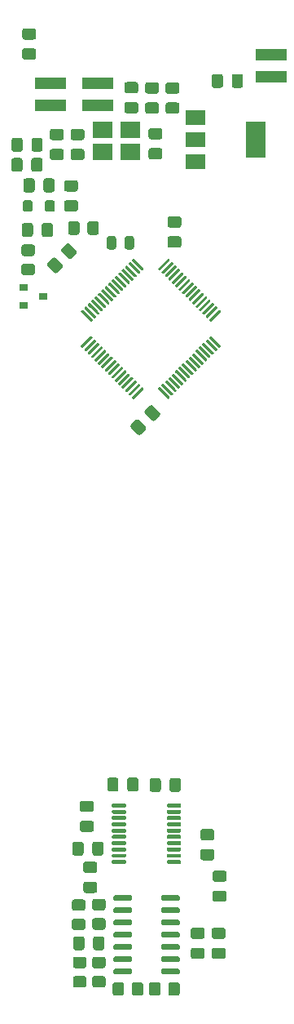
<source format=gbr>
%TF.GenerationSoftware,KiCad,Pcbnew,5.1.9+dfsg1-1*%
%TF.CreationDate,2021-03-03T14:05:15+01:00*%
%TF.ProjectId,rootcore,726f6f74-636f-4726-952e-6b696361645f,rev?*%
%TF.SameCoordinates,Original*%
%TF.FileFunction,Paste,Top*%
%TF.FilePolarity,Positive*%
%FSLAX46Y46*%
G04 Gerber Fmt 4.6, Leading zero omitted, Abs format (unit mm)*
G04 Created by KiCad (PCBNEW 5.1.9+dfsg1-1) date 2021-03-03 14:05:15*
%MOMM*%
%LPD*%
G01*
G04 APERTURE LIST*
%ADD10R,3.200000X1.300000*%
%ADD11R,2.100000X1.800000*%
%ADD12R,0.900000X0.800000*%
%ADD13R,2.000000X3.800000*%
%ADD14R,2.000000X1.500000*%
G04 APERTURE END LIST*
D10*
%TO.C,L4*%
X29800000Y-38050000D03*
X29800000Y-35750000D03*
%TD*%
%TO.C,L3*%
X47850000Y-35135000D03*
X47850000Y-32835000D03*
%TD*%
%TO.C,L2*%
X24900000Y-38065000D03*
X24900000Y-35765000D03*
%TD*%
D11*
%TO.C,Y1*%
X33175000Y-42875000D03*
X30275000Y-42875000D03*
X30275000Y-40575000D03*
X33175000Y-40575000D03*
%TD*%
%TO.C,C19*%
G36*
G01*
X42812500Y-35075000D02*
X42812500Y-36025000D01*
G75*
G02*
X42562500Y-36275000I-250000J0D01*
G01*
X41887500Y-36275000D01*
G75*
G02*
X41637500Y-36025000I0J250000D01*
G01*
X41637500Y-35075000D01*
G75*
G02*
X41887500Y-34825000I250000J0D01*
G01*
X42562500Y-34825000D01*
G75*
G02*
X42812500Y-35075000I0J-250000D01*
G01*
G37*
G36*
G01*
X44887500Y-35075000D02*
X44887500Y-36025000D01*
G75*
G02*
X44637500Y-36275000I-250000J0D01*
G01*
X43962500Y-36275000D01*
G75*
G02*
X43712500Y-36025000I0J250000D01*
G01*
X43712500Y-35075000D01*
G75*
G02*
X43962500Y-34825000I250000J0D01*
G01*
X44637500Y-34825000D01*
G75*
G02*
X44887500Y-35075000I0J-250000D01*
G01*
G37*
%TD*%
%TO.C,L1*%
G36*
G01*
X23025000Y-48174999D02*
X23025000Y-48875001D01*
G75*
G02*
X22775001Y-49125000I-249999J0D01*
G01*
X22224999Y-49125000D01*
G75*
G02*
X21975000Y-48875001I0J249999D01*
G01*
X21975000Y-48174999D01*
G75*
G02*
X22224999Y-47925000I249999J0D01*
G01*
X22775001Y-47925000D01*
G75*
G02*
X23025000Y-48174999I0J-249999D01*
G01*
G37*
G36*
G01*
X25325000Y-48174999D02*
X25325000Y-48875001D01*
G75*
G02*
X25075001Y-49125000I-249999J0D01*
G01*
X24524999Y-49125000D01*
G75*
G02*
X24275000Y-48875001I0J249999D01*
G01*
X24275000Y-48174999D01*
G75*
G02*
X24524999Y-47925000I249999J0D01*
G01*
X25075001Y-47925000D01*
G75*
G02*
X25325000Y-48174999I0J-249999D01*
G01*
G37*
%TD*%
%TO.C,C17*%
G36*
G01*
X24125000Y-46850000D02*
X24125000Y-45900000D01*
G75*
G02*
X24375000Y-45650000I250000J0D01*
G01*
X25050000Y-45650000D01*
G75*
G02*
X25300000Y-45900000I0J-250000D01*
G01*
X25300000Y-46850000D01*
G75*
G02*
X25050000Y-47100000I-250000J0D01*
G01*
X24375000Y-47100000D01*
G75*
G02*
X24125000Y-46850000I0J250000D01*
G01*
G37*
G36*
G01*
X22050000Y-46850000D02*
X22050000Y-45900000D01*
G75*
G02*
X22300000Y-45650000I250000J0D01*
G01*
X22975000Y-45650000D01*
G75*
G02*
X23225000Y-45900000I0J-250000D01*
G01*
X23225000Y-46850000D01*
G75*
G02*
X22975000Y-47100000I-250000J0D01*
G01*
X22300000Y-47100000D01*
G75*
G02*
X22050000Y-46850000I0J250000D01*
G01*
G37*
%TD*%
D12*
%TO.C,U4*%
X24100000Y-57900000D03*
X22100000Y-58850000D03*
X22100000Y-56950000D03*
%TD*%
%TO.C,C26*%
G36*
G01*
X42825000Y-124512500D02*
X41875000Y-124512500D01*
G75*
G02*
X41625000Y-124262500I0J250000D01*
G01*
X41625000Y-123587500D01*
G75*
G02*
X41875000Y-123337500I250000J0D01*
G01*
X42825000Y-123337500D01*
G75*
G02*
X43075000Y-123587500I0J-250000D01*
G01*
X43075000Y-124262500D01*
G75*
G02*
X42825000Y-124512500I-250000J0D01*
G01*
G37*
G36*
G01*
X42825000Y-126587500D02*
X41875000Y-126587500D01*
G75*
G02*
X41625000Y-126337500I0J250000D01*
G01*
X41625000Y-125662500D01*
G75*
G02*
X41875000Y-125412500I250000J0D01*
G01*
X42825000Y-125412500D01*
G75*
G02*
X43075000Y-125662500I0J-250000D01*
G01*
X43075000Y-126337500D01*
G75*
G02*
X42825000Y-126587500I-250000J0D01*
G01*
G37*
%TD*%
%TO.C,C25*%
G36*
G01*
X40650000Y-124512500D02*
X39700000Y-124512500D01*
G75*
G02*
X39450000Y-124262500I0J250000D01*
G01*
X39450000Y-123587500D01*
G75*
G02*
X39700000Y-123337500I250000J0D01*
G01*
X40650000Y-123337500D01*
G75*
G02*
X40900000Y-123587500I0J-250000D01*
G01*
X40900000Y-124262500D01*
G75*
G02*
X40650000Y-124512500I-250000J0D01*
G01*
G37*
G36*
G01*
X40650000Y-126587500D02*
X39700000Y-126587500D01*
G75*
G02*
X39450000Y-126337500I0J250000D01*
G01*
X39450000Y-125662500D01*
G75*
G02*
X39700000Y-125412500I250000J0D01*
G01*
X40650000Y-125412500D01*
G75*
G02*
X40900000Y-125662500I0J-250000D01*
G01*
X40900000Y-126337500D01*
G75*
G02*
X40650000Y-126587500I-250000J0D01*
G01*
G37*
%TD*%
%TO.C,C6*%
G36*
G01*
X26720450Y-53951301D02*
X26048699Y-53279550D01*
G75*
G02*
X26048699Y-52925996I176777J176777D01*
G01*
X26525996Y-52448699D01*
G75*
G02*
X26879550Y-52448699I176777J-176777D01*
G01*
X27551301Y-53120450D01*
G75*
G02*
X27551301Y-53474004I-176777J-176777D01*
G01*
X27074004Y-53951301D01*
G75*
G02*
X26720450Y-53951301I-176777J176777D01*
G01*
G37*
G36*
G01*
X25253204Y-55418547D02*
X24581453Y-54746796D01*
G75*
G02*
X24581453Y-54393242I176777J176777D01*
G01*
X25058750Y-53915945D01*
G75*
G02*
X25412304Y-53915945I176777J-176777D01*
G01*
X26084055Y-54587696D01*
G75*
G02*
X26084055Y-54941250I-176777J-176777D01*
G01*
X25606758Y-55418547D01*
G75*
G02*
X25253204Y-55418547I-176777J176777D01*
G01*
G37*
%TD*%
%TO.C,R10*%
G36*
G01*
X27900000Y-50349999D02*
X27900000Y-51250001D01*
G75*
G02*
X27650001Y-51500000I-249999J0D01*
G01*
X26949999Y-51500000D01*
G75*
G02*
X26700000Y-51250001I0J249999D01*
G01*
X26700000Y-50349999D01*
G75*
G02*
X26949999Y-50100000I249999J0D01*
G01*
X27650001Y-50100000D01*
G75*
G02*
X27900000Y-50349999I0J-249999D01*
G01*
G37*
G36*
G01*
X29900000Y-50349999D02*
X29900000Y-51250001D01*
G75*
G02*
X29650001Y-51500000I-249999J0D01*
G01*
X28949999Y-51500000D01*
G75*
G02*
X28700000Y-51250001I0J249999D01*
G01*
X28700000Y-50349999D01*
G75*
G02*
X28949999Y-50100000I249999J0D01*
G01*
X29650001Y-50100000D01*
G75*
G02*
X29900000Y-50349999I0J-249999D01*
G01*
G37*
%TD*%
%TO.C,D1*%
G36*
G01*
X32587500Y-52781250D02*
X32587500Y-51868750D01*
G75*
G02*
X32831250Y-51625000I243750J0D01*
G01*
X33318750Y-51625000D01*
G75*
G02*
X33562500Y-51868750I0J-243750D01*
G01*
X33562500Y-52781250D01*
G75*
G02*
X33318750Y-53025000I-243750J0D01*
G01*
X32831250Y-53025000D01*
G75*
G02*
X32587500Y-52781250I0J243750D01*
G01*
G37*
G36*
G01*
X30712500Y-52781250D02*
X30712500Y-51868750D01*
G75*
G02*
X30956250Y-51625000I243750J0D01*
G01*
X31443750Y-51625000D01*
G75*
G02*
X31687500Y-51868750I0J-243750D01*
G01*
X31687500Y-52781250D01*
G75*
G02*
X31443750Y-53025000I-243750J0D01*
G01*
X30956250Y-53025000D01*
G75*
G02*
X30712500Y-52781250I0J243750D01*
G01*
G37*
%TD*%
%TO.C,C24*%
G36*
G01*
X38025000Y-36875000D02*
X37075000Y-36875000D01*
G75*
G02*
X36825000Y-36625000I0J250000D01*
G01*
X36825000Y-35950000D01*
G75*
G02*
X37075000Y-35700000I250000J0D01*
G01*
X38025000Y-35700000D01*
G75*
G02*
X38275000Y-35950000I0J-250000D01*
G01*
X38275000Y-36625000D01*
G75*
G02*
X38025000Y-36875000I-250000J0D01*
G01*
G37*
G36*
G01*
X38025000Y-38950000D02*
X37075000Y-38950000D01*
G75*
G02*
X36825000Y-38700000I0J250000D01*
G01*
X36825000Y-38025000D01*
G75*
G02*
X37075000Y-37775000I250000J0D01*
G01*
X38025000Y-37775000D01*
G75*
G02*
X38275000Y-38025000I0J-250000D01*
G01*
X38275000Y-38700000D01*
G75*
G02*
X38025000Y-38950000I-250000J0D01*
G01*
G37*
%TD*%
%TO.C,C23*%
G36*
G01*
X35900000Y-36862500D02*
X34950000Y-36862500D01*
G75*
G02*
X34700000Y-36612500I0J250000D01*
G01*
X34700000Y-35937500D01*
G75*
G02*
X34950000Y-35687500I250000J0D01*
G01*
X35900000Y-35687500D01*
G75*
G02*
X36150000Y-35937500I0J-250000D01*
G01*
X36150000Y-36612500D01*
G75*
G02*
X35900000Y-36862500I-250000J0D01*
G01*
G37*
G36*
G01*
X35900000Y-38937500D02*
X34950000Y-38937500D01*
G75*
G02*
X34700000Y-38687500I0J250000D01*
G01*
X34700000Y-38012500D01*
G75*
G02*
X34950000Y-37762500I250000J0D01*
G01*
X35900000Y-37762500D01*
G75*
G02*
X36150000Y-38012500I0J-250000D01*
G01*
X36150000Y-38687500D01*
G75*
G02*
X35900000Y-38937500I-250000J0D01*
G01*
G37*
%TD*%
%TO.C,C22*%
G36*
G01*
X33750000Y-36837500D02*
X32800000Y-36837500D01*
G75*
G02*
X32550000Y-36587500I0J250000D01*
G01*
X32550000Y-35912500D01*
G75*
G02*
X32800000Y-35662500I250000J0D01*
G01*
X33750000Y-35662500D01*
G75*
G02*
X34000000Y-35912500I0J-250000D01*
G01*
X34000000Y-36587500D01*
G75*
G02*
X33750000Y-36837500I-250000J0D01*
G01*
G37*
G36*
G01*
X33750000Y-38912500D02*
X32800000Y-38912500D01*
G75*
G02*
X32550000Y-38662500I0J250000D01*
G01*
X32550000Y-37987500D01*
G75*
G02*
X32800000Y-37737500I250000J0D01*
G01*
X33750000Y-37737500D01*
G75*
G02*
X34000000Y-37987500I0J-250000D01*
G01*
X34000000Y-38662500D01*
G75*
G02*
X33750000Y-38912500I-250000J0D01*
G01*
G37*
%TD*%
%TO.C,C21*%
G36*
G01*
X25050000Y-42587500D02*
X26000000Y-42587500D01*
G75*
G02*
X26250000Y-42837500I0J-250000D01*
G01*
X26250000Y-43512500D01*
G75*
G02*
X26000000Y-43762500I-250000J0D01*
G01*
X25050000Y-43762500D01*
G75*
G02*
X24800000Y-43512500I0J250000D01*
G01*
X24800000Y-42837500D01*
G75*
G02*
X25050000Y-42587500I250000J0D01*
G01*
G37*
G36*
G01*
X25050000Y-40512500D02*
X26000000Y-40512500D01*
G75*
G02*
X26250000Y-40762500I0J-250000D01*
G01*
X26250000Y-41437500D01*
G75*
G02*
X26000000Y-41687500I-250000J0D01*
G01*
X25050000Y-41687500D01*
G75*
G02*
X24800000Y-41437500I0J250000D01*
G01*
X24800000Y-40762500D01*
G75*
G02*
X25050000Y-40512500I250000J0D01*
G01*
G37*
%TD*%
%TO.C,C20*%
G36*
G01*
X22875000Y-44725000D02*
X22875000Y-43775000D01*
G75*
G02*
X23125000Y-43525000I250000J0D01*
G01*
X23800000Y-43525000D01*
G75*
G02*
X24050000Y-43775000I0J-250000D01*
G01*
X24050000Y-44725000D01*
G75*
G02*
X23800000Y-44975000I-250000J0D01*
G01*
X23125000Y-44975000D01*
G75*
G02*
X22875000Y-44725000I0J250000D01*
G01*
G37*
G36*
G01*
X20800000Y-44725000D02*
X20800000Y-43775000D01*
G75*
G02*
X21050000Y-43525000I250000J0D01*
G01*
X21725000Y-43525000D01*
G75*
G02*
X21975000Y-43775000I0J-250000D01*
G01*
X21975000Y-44725000D01*
G75*
G02*
X21725000Y-44975000I-250000J0D01*
G01*
X21050000Y-44975000D01*
G75*
G02*
X20800000Y-44725000I0J250000D01*
G01*
G37*
%TD*%
%TO.C,R8*%
G36*
G01*
X37112000Y-130148001D02*
X37112000Y-129247999D01*
G75*
G02*
X37361999Y-128998000I249999J0D01*
G01*
X38062001Y-128998000D01*
G75*
G02*
X38312000Y-129247999I0J-249999D01*
G01*
X38312000Y-130148001D01*
G75*
G02*
X38062001Y-130398000I-249999J0D01*
G01*
X37361999Y-130398000D01*
G75*
G02*
X37112000Y-130148001I0J249999D01*
G01*
G37*
G36*
G01*
X35112000Y-130148001D02*
X35112000Y-129247999D01*
G75*
G02*
X35361999Y-128998000I249999J0D01*
G01*
X36062001Y-128998000D01*
G75*
G02*
X36312000Y-129247999I0J-249999D01*
G01*
X36312000Y-130148001D01*
G75*
G02*
X36062001Y-130398000I-249999J0D01*
G01*
X35361999Y-130398000D01*
G75*
G02*
X35112000Y-130148001I0J249999D01*
G01*
G37*
%TD*%
%TO.C,R7*%
G36*
G01*
X30350001Y-121550000D02*
X29449999Y-121550000D01*
G75*
G02*
X29200000Y-121300001I0J249999D01*
G01*
X29200000Y-120599999D01*
G75*
G02*
X29449999Y-120350000I249999J0D01*
G01*
X30350001Y-120350000D01*
G75*
G02*
X30600000Y-120599999I0J-249999D01*
G01*
X30600000Y-121300001D01*
G75*
G02*
X30350001Y-121550000I-249999J0D01*
G01*
G37*
G36*
G01*
X30350001Y-123550000D02*
X29449999Y-123550000D01*
G75*
G02*
X29200000Y-123300001I0J249999D01*
G01*
X29200000Y-122599999D01*
G75*
G02*
X29449999Y-122350000I249999J0D01*
G01*
X30350001Y-122350000D01*
G75*
G02*
X30600000Y-122599999I0J-249999D01*
G01*
X30600000Y-123300001D01*
G75*
G02*
X30350001Y-123550000I-249999J0D01*
G01*
G37*
%TD*%
%TO.C,R6*%
G36*
G01*
X28250001Y-121600000D02*
X27349999Y-121600000D01*
G75*
G02*
X27100000Y-121350001I0J249999D01*
G01*
X27100000Y-120649999D01*
G75*
G02*
X27349999Y-120400000I249999J0D01*
G01*
X28250001Y-120400000D01*
G75*
G02*
X28500000Y-120649999I0J-249999D01*
G01*
X28500000Y-121350001D01*
G75*
G02*
X28250001Y-121600000I-249999J0D01*
G01*
G37*
G36*
G01*
X28250001Y-123600000D02*
X27349999Y-123600000D01*
G75*
G02*
X27100000Y-123350001I0J249999D01*
G01*
X27100000Y-122649999D01*
G75*
G02*
X27349999Y-122400000I249999J0D01*
G01*
X28250001Y-122400000D01*
G75*
G02*
X28500000Y-122649999I0J-249999D01*
G01*
X28500000Y-123350001D01*
G75*
G02*
X28250001Y-123600000I-249999J0D01*
G01*
G37*
%TD*%
%TO.C,R5*%
G36*
G01*
X32518000Y-129247999D02*
X32518000Y-130148001D01*
G75*
G02*
X32268001Y-130398000I-249999J0D01*
G01*
X31567999Y-130398000D01*
G75*
G02*
X31318000Y-130148001I0J249999D01*
G01*
X31318000Y-129247999D01*
G75*
G02*
X31567999Y-128998000I249999J0D01*
G01*
X32268001Y-128998000D01*
G75*
G02*
X32518000Y-129247999I0J-249999D01*
G01*
G37*
G36*
G01*
X34518000Y-129247999D02*
X34518000Y-130148001D01*
G75*
G02*
X34268001Y-130398000I-249999J0D01*
G01*
X33567999Y-130398000D01*
G75*
G02*
X33318000Y-130148001I0J249999D01*
G01*
X33318000Y-129247999D01*
G75*
G02*
X33567999Y-128998000I249999J0D01*
G01*
X34268001Y-128998000D01*
G75*
G02*
X34518000Y-129247999I0J-249999D01*
G01*
G37*
%TD*%
%TO.C,R4*%
G36*
G01*
X29449999Y-128350000D02*
X30350001Y-128350000D01*
G75*
G02*
X30600000Y-128599999I0J-249999D01*
G01*
X30600000Y-129300001D01*
G75*
G02*
X30350001Y-129550000I-249999J0D01*
G01*
X29449999Y-129550000D01*
G75*
G02*
X29200000Y-129300001I0J249999D01*
G01*
X29200000Y-128599999D01*
G75*
G02*
X29449999Y-128350000I249999J0D01*
G01*
G37*
G36*
G01*
X29449999Y-126350000D02*
X30350001Y-126350000D01*
G75*
G02*
X30600000Y-126599999I0J-249999D01*
G01*
X30600000Y-127300001D01*
G75*
G02*
X30350001Y-127550000I-249999J0D01*
G01*
X29449999Y-127550000D01*
G75*
G02*
X29200000Y-127300001I0J249999D01*
G01*
X29200000Y-126599999D01*
G75*
G02*
X29449999Y-126350000I249999J0D01*
G01*
G37*
%TD*%
%TO.C,R3*%
G36*
G01*
X28350001Y-127550000D02*
X27449999Y-127550000D01*
G75*
G02*
X27200000Y-127300001I0J249999D01*
G01*
X27200000Y-126599999D01*
G75*
G02*
X27449999Y-126350000I249999J0D01*
G01*
X28350001Y-126350000D01*
G75*
G02*
X28600000Y-126599999I0J-249999D01*
G01*
X28600000Y-127300001D01*
G75*
G02*
X28350001Y-127550000I-249999J0D01*
G01*
G37*
G36*
G01*
X28350001Y-129550000D02*
X27449999Y-129550000D01*
G75*
G02*
X27200000Y-129300001I0J249999D01*
G01*
X27200000Y-128599999D01*
G75*
G02*
X27449999Y-128350000I249999J0D01*
G01*
X28350001Y-128350000D01*
G75*
G02*
X28600000Y-128599999I0J-249999D01*
G01*
X28600000Y-129300001D01*
G75*
G02*
X28350001Y-129550000I-249999J0D01*
G01*
G37*
%TD*%
%TO.C,C18*%
G36*
G01*
X22887500Y-42645000D02*
X22887500Y-41695000D01*
G75*
G02*
X23137500Y-41445000I250000J0D01*
G01*
X23812500Y-41445000D01*
G75*
G02*
X24062500Y-41695000I0J-250000D01*
G01*
X24062500Y-42645000D01*
G75*
G02*
X23812500Y-42895000I-250000J0D01*
G01*
X23137500Y-42895000D01*
G75*
G02*
X22887500Y-42645000I0J250000D01*
G01*
G37*
G36*
G01*
X20812500Y-42645000D02*
X20812500Y-41695000D01*
G75*
G02*
X21062500Y-41445000I250000J0D01*
G01*
X21737500Y-41445000D01*
G75*
G02*
X21987500Y-41695000I0J-250000D01*
G01*
X21987500Y-42645000D01*
G75*
G02*
X21737500Y-42895000I-250000J0D01*
G01*
X21062500Y-42895000D01*
G75*
G02*
X20812500Y-42645000I0J250000D01*
G01*
G37*
%TD*%
%TO.C,C16*%
G36*
G01*
X22175000Y-32162500D02*
X23125000Y-32162500D01*
G75*
G02*
X23375000Y-32412500I0J-250000D01*
G01*
X23375000Y-33087500D01*
G75*
G02*
X23125000Y-33337500I-250000J0D01*
G01*
X22175000Y-33337500D01*
G75*
G02*
X21925000Y-33087500I0J250000D01*
G01*
X21925000Y-32412500D01*
G75*
G02*
X22175000Y-32162500I250000J0D01*
G01*
G37*
G36*
G01*
X22175000Y-30087500D02*
X23125000Y-30087500D01*
G75*
G02*
X23375000Y-30337500I0J-250000D01*
G01*
X23375000Y-31012500D01*
G75*
G02*
X23125000Y-31262500I-250000J0D01*
G01*
X22175000Y-31262500D01*
G75*
G02*
X21925000Y-31012500I0J250000D01*
G01*
X21925000Y-30337500D01*
G75*
G02*
X22175000Y-30087500I250000J0D01*
G01*
G37*
%TD*%
%TO.C,C15*%
G36*
G01*
X41975000Y-119487500D02*
X42925000Y-119487500D01*
G75*
G02*
X43175000Y-119737500I0J-250000D01*
G01*
X43175000Y-120412500D01*
G75*
G02*
X42925000Y-120662500I-250000J0D01*
G01*
X41975000Y-120662500D01*
G75*
G02*
X41725000Y-120412500I0J250000D01*
G01*
X41725000Y-119737500D01*
G75*
G02*
X41975000Y-119487500I250000J0D01*
G01*
G37*
G36*
G01*
X41975000Y-117412500D02*
X42925000Y-117412500D01*
G75*
G02*
X43175000Y-117662500I0J-250000D01*
G01*
X43175000Y-118337500D01*
G75*
G02*
X42925000Y-118587500I-250000J0D01*
G01*
X41975000Y-118587500D01*
G75*
G02*
X41725000Y-118337500I0J250000D01*
G01*
X41725000Y-117662500D01*
G75*
G02*
X41975000Y-117412500I250000J0D01*
G01*
G37*
%TD*%
%TO.C,C14*%
G36*
G01*
X28400000Y-124475000D02*
X28400000Y-125425000D01*
G75*
G02*
X28150000Y-125675000I-250000J0D01*
G01*
X27475000Y-125675000D01*
G75*
G02*
X27225000Y-125425000I0J250000D01*
G01*
X27225000Y-124475000D01*
G75*
G02*
X27475000Y-124225000I250000J0D01*
G01*
X28150000Y-124225000D01*
G75*
G02*
X28400000Y-124475000I0J-250000D01*
G01*
G37*
G36*
G01*
X30475000Y-124475000D02*
X30475000Y-125425000D01*
G75*
G02*
X30225000Y-125675000I-250000J0D01*
G01*
X29550000Y-125675000D01*
G75*
G02*
X29300000Y-125425000I0J250000D01*
G01*
X29300000Y-124475000D01*
G75*
G02*
X29550000Y-124225000I250000J0D01*
G01*
X30225000Y-124225000D01*
G75*
G02*
X30475000Y-124475000I0J-250000D01*
G01*
G37*
%TD*%
%TO.C,C13*%
G36*
G01*
X40700000Y-115187500D02*
X41650000Y-115187500D01*
G75*
G02*
X41900000Y-115437500I0J-250000D01*
G01*
X41900000Y-116112500D01*
G75*
G02*
X41650000Y-116362500I-250000J0D01*
G01*
X40700000Y-116362500D01*
G75*
G02*
X40450000Y-116112500I0J250000D01*
G01*
X40450000Y-115437500D01*
G75*
G02*
X40700000Y-115187500I250000J0D01*
G01*
G37*
G36*
G01*
X40700000Y-113112500D02*
X41650000Y-113112500D01*
G75*
G02*
X41900000Y-113362500I0J-250000D01*
G01*
X41900000Y-114037500D01*
G75*
G02*
X41650000Y-114287500I-250000J0D01*
G01*
X40700000Y-114287500D01*
G75*
G02*
X40450000Y-114037500I0J250000D01*
G01*
X40450000Y-113362500D01*
G75*
G02*
X40700000Y-113112500I250000J0D01*
G01*
G37*
%TD*%
%TO.C,U5*%
G36*
G01*
X36975000Y-110775000D02*
X36975000Y-110575000D01*
G75*
G02*
X37075000Y-110475000I100000J0D01*
G01*
X38350000Y-110475000D01*
G75*
G02*
X38450000Y-110575000I0J-100000D01*
G01*
X38450000Y-110775000D01*
G75*
G02*
X38350000Y-110875000I-100000J0D01*
G01*
X37075000Y-110875000D01*
G75*
G02*
X36975000Y-110775000I0J100000D01*
G01*
G37*
G36*
G01*
X36975000Y-111425000D02*
X36975000Y-111225000D01*
G75*
G02*
X37075000Y-111125000I100000J0D01*
G01*
X38350000Y-111125000D01*
G75*
G02*
X38450000Y-111225000I0J-100000D01*
G01*
X38450000Y-111425000D01*
G75*
G02*
X38350000Y-111525000I-100000J0D01*
G01*
X37075000Y-111525000D01*
G75*
G02*
X36975000Y-111425000I0J100000D01*
G01*
G37*
G36*
G01*
X36975000Y-112075000D02*
X36975000Y-111875000D01*
G75*
G02*
X37075000Y-111775000I100000J0D01*
G01*
X38350000Y-111775000D01*
G75*
G02*
X38450000Y-111875000I0J-100000D01*
G01*
X38450000Y-112075000D01*
G75*
G02*
X38350000Y-112175000I-100000J0D01*
G01*
X37075000Y-112175000D01*
G75*
G02*
X36975000Y-112075000I0J100000D01*
G01*
G37*
G36*
G01*
X36975000Y-112725000D02*
X36975000Y-112525000D01*
G75*
G02*
X37075000Y-112425000I100000J0D01*
G01*
X38350000Y-112425000D01*
G75*
G02*
X38450000Y-112525000I0J-100000D01*
G01*
X38450000Y-112725000D01*
G75*
G02*
X38350000Y-112825000I-100000J0D01*
G01*
X37075000Y-112825000D01*
G75*
G02*
X36975000Y-112725000I0J100000D01*
G01*
G37*
G36*
G01*
X36975000Y-113375000D02*
X36975000Y-113175000D01*
G75*
G02*
X37075000Y-113075000I100000J0D01*
G01*
X38350000Y-113075000D01*
G75*
G02*
X38450000Y-113175000I0J-100000D01*
G01*
X38450000Y-113375000D01*
G75*
G02*
X38350000Y-113475000I-100000J0D01*
G01*
X37075000Y-113475000D01*
G75*
G02*
X36975000Y-113375000I0J100000D01*
G01*
G37*
G36*
G01*
X36975000Y-114025000D02*
X36975000Y-113825000D01*
G75*
G02*
X37075000Y-113725000I100000J0D01*
G01*
X38350000Y-113725000D01*
G75*
G02*
X38450000Y-113825000I0J-100000D01*
G01*
X38450000Y-114025000D01*
G75*
G02*
X38350000Y-114125000I-100000J0D01*
G01*
X37075000Y-114125000D01*
G75*
G02*
X36975000Y-114025000I0J100000D01*
G01*
G37*
G36*
G01*
X36975000Y-114675000D02*
X36975000Y-114475000D01*
G75*
G02*
X37075000Y-114375000I100000J0D01*
G01*
X38350000Y-114375000D01*
G75*
G02*
X38450000Y-114475000I0J-100000D01*
G01*
X38450000Y-114675000D01*
G75*
G02*
X38350000Y-114775000I-100000J0D01*
G01*
X37075000Y-114775000D01*
G75*
G02*
X36975000Y-114675000I0J100000D01*
G01*
G37*
G36*
G01*
X36975000Y-115325000D02*
X36975000Y-115125000D01*
G75*
G02*
X37075000Y-115025000I100000J0D01*
G01*
X38350000Y-115025000D01*
G75*
G02*
X38450000Y-115125000I0J-100000D01*
G01*
X38450000Y-115325000D01*
G75*
G02*
X38350000Y-115425000I-100000J0D01*
G01*
X37075000Y-115425000D01*
G75*
G02*
X36975000Y-115325000I0J100000D01*
G01*
G37*
G36*
G01*
X36975000Y-115975000D02*
X36975000Y-115775000D01*
G75*
G02*
X37075000Y-115675000I100000J0D01*
G01*
X38350000Y-115675000D01*
G75*
G02*
X38450000Y-115775000I0J-100000D01*
G01*
X38450000Y-115975000D01*
G75*
G02*
X38350000Y-116075000I-100000J0D01*
G01*
X37075000Y-116075000D01*
G75*
G02*
X36975000Y-115975000I0J100000D01*
G01*
G37*
G36*
G01*
X36975000Y-116625000D02*
X36975000Y-116425000D01*
G75*
G02*
X37075000Y-116325000I100000J0D01*
G01*
X38350000Y-116325000D01*
G75*
G02*
X38450000Y-116425000I0J-100000D01*
G01*
X38450000Y-116625000D01*
G75*
G02*
X38350000Y-116725000I-100000J0D01*
G01*
X37075000Y-116725000D01*
G75*
G02*
X36975000Y-116625000I0J100000D01*
G01*
G37*
G36*
G01*
X31250000Y-116625000D02*
X31250000Y-116425000D01*
G75*
G02*
X31350000Y-116325000I100000J0D01*
G01*
X32625000Y-116325000D01*
G75*
G02*
X32725000Y-116425000I0J-100000D01*
G01*
X32725000Y-116625000D01*
G75*
G02*
X32625000Y-116725000I-100000J0D01*
G01*
X31350000Y-116725000D01*
G75*
G02*
X31250000Y-116625000I0J100000D01*
G01*
G37*
G36*
G01*
X31250000Y-115975000D02*
X31250000Y-115775000D01*
G75*
G02*
X31350000Y-115675000I100000J0D01*
G01*
X32625000Y-115675000D01*
G75*
G02*
X32725000Y-115775000I0J-100000D01*
G01*
X32725000Y-115975000D01*
G75*
G02*
X32625000Y-116075000I-100000J0D01*
G01*
X31350000Y-116075000D01*
G75*
G02*
X31250000Y-115975000I0J100000D01*
G01*
G37*
G36*
G01*
X31250000Y-115325000D02*
X31250000Y-115125000D01*
G75*
G02*
X31350000Y-115025000I100000J0D01*
G01*
X32625000Y-115025000D01*
G75*
G02*
X32725000Y-115125000I0J-100000D01*
G01*
X32725000Y-115325000D01*
G75*
G02*
X32625000Y-115425000I-100000J0D01*
G01*
X31350000Y-115425000D01*
G75*
G02*
X31250000Y-115325000I0J100000D01*
G01*
G37*
G36*
G01*
X31250000Y-114675000D02*
X31250000Y-114475000D01*
G75*
G02*
X31350000Y-114375000I100000J0D01*
G01*
X32625000Y-114375000D01*
G75*
G02*
X32725000Y-114475000I0J-100000D01*
G01*
X32725000Y-114675000D01*
G75*
G02*
X32625000Y-114775000I-100000J0D01*
G01*
X31350000Y-114775000D01*
G75*
G02*
X31250000Y-114675000I0J100000D01*
G01*
G37*
G36*
G01*
X31250000Y-114025000D02*
X31250000Y-113825000D01*
G75*
G02*
X31350000Y-113725000I100000J0D01*
G01*
X32625000Y-113725000D01*
G75*
G02*
X32725000Y-113825000I0J-100000D01*
G01*
X32725000Y-114025000D01*
G75*
G02*
X32625000Y-114125000I-100000J0D01*
G01*
X31350000Y-114125000D01*
G75*
G02*
X31250000Y-114025000I0J100000D01*
G01*
G37*
G36*
G01*
X31250000Y-113375000D02*
X31250000Y-113175000D01*
G75*
G02*
X31350000Y-113075000I100000J0D01*
G01*
X32625000Y-113075000D01*
G75*
G02*
X32725000Y-113175000I0J-100000D01*
G01*
X32725000Y-113375000D01*
G75*
G02*
X32625000Y-113475000I-100000J0D01*
G01*
X31350000Y-113475000D01*
G75*
G02*
X31250000Y-113375000I0J100000D01*
G01*
G37*
G36*
G01*
X31250000Y-112725000D02*
X31250000Y-112525000D01*
G75*
G02*
X31350000Y-112425000I100000J0D01*
G01*
X32625000Y-112425000D01*
G75*
G02*
X32725000Y-112525000I0J-100000D01*
G01*
X32725000Y-112725000D01*
G75*
G02*
X32625000Y-112825000I-100000J0D01*
G01*
X31350000Y-112825000D01*
G75*
G02*
X31250000Y-112725000I0J100000D01*
G01*
G37*
G36*
G01*
X31250000Y-112075000D02*
X31250000Y-111875000D01*
G75*
G02*
X31350000Y-111775000I100000J0D01*
G01*
X32625000Y-111775000D01*
G75*
G02*
X32725000Y-111875000I0J-100000D01*
G01*
X32725000Y-112075000D01*
G75*
G02*
X32625000Y-112175000I-100000J0D01*
G01*
X31350000Y-112175000D01*
G75*
G02*
X31250000Y-112075000I0J100000D01*
G01*
G37*
G36*
G01*
X31250000Y-111425000D02*
X31250000Y-111225000D01*
G75*
G02*
X31350000Y-111125000I100000J0D01*
G01*
X32625000Y-111125000D01*
G75*
G02*
X32725000Y-111225000I0J-100000D01*
G01*
X32725000Y-111425000D01*
G75*
G02*
X32625000Y-111525000I-100000J0D01*
G01*
X31350000Y-111525000D01*
G75*
G02*
X31250000Y-111425000I0J100000D01*
G01*
G37*
G36*
G01*
X31250000Y-110775000D02*
X31250000Y-110575000D01*
G75*
G02*
X31350000Y-110475000I100000J0D01*
G01*
X32625000Y-110475000D01*
G75*
G02*
X32725000Y-110575000I0J-100000D01*
G01*
X32725000Y-110775000D01*
G75*
G02*
X32625000Y-110875000I-100000J0D01*
G01*
X31350000Y-110875000D01*
G75*
G02*
X31250000Y-110775000I0J100000D01*
G01*
G37*
%TD*%
%TO.C,U2*%
G36*
G01*
X36350000Y-120410000D02*
X36350000Y-120110000D01*
G75*
G02*
X36500000Y-119960000I150000J0D01*
G01*
X38150000Y-119960000D01*
G75*
G02*
X38300000Y-120110000I0J-150000D01*
G01*
X38300000Y-120410000D01*
G75*
G02*
X38150000Y-120560000I-150000J0D01*
G01*
X36500000Y-120560000D01*
G75*
G02*
X36350000Y-120410000I0J150000D01*
G01*
G37*
G36*
G01*
X36350000Y-121680000D02*
X36350000Y-121380000D01*
G75*
G02*
X36500000Y-121230000I150000J0D01*
G01*
X38150000Y-121230000D01*
G75*
G02*
X38300000Y-121380000I0J-150000D01*
G01*
X38300000Y-121680000D01*
G75*
G02*
X38150000Y-121830000I-150000J0D01*
G01*
X36500000Y-121830000D01*
G75*
G02*
X36350000Y-121680000I0J150000D01*
G01*
G37*
G36*
G01*
X36350000Y-122950000D02*
X36350000Y-122650000D01*
G75*
G02*
X36500000Y-122500000I150000J0D01*
G01*
X38150000Y-122500000D01*
G75*
G02*
X38300000Y-122650000I0J-150000D01*
G01*
X38300000Y-122950000D01*
G75*
G02*
X38150000Y-123100000I-150000J0D01*
G01*
X36500000Y-123100000D01*
G75*
G02*
X36350000Y-122950000I0J150000D01*
G01*
G37*
G36*
G01*
X36350000Y-124220000D02*
X36350000Y-123920000D01*
G75*
G02*
X36500000Y-123770000I150000J0D01*
G01*
X38150000Y-123770000D01*
G75*
G02*
X38300000Y-123920000I0J-150000D01*
G01*
X38300000Y-124220000D01*
G75*
G02*
X38150000Y-124370000I-150000J0D01*
G01*
X36500000Y-124370000D01*
G75*
G02*
X36350000Y-124220000I0J150000D01*
G01*
G37*
G36*
G01*
X36350000Y-125490000D02*
X36350000Y-125190000D01*
G75*
G02*
X36500000Y-125040000I150000J0D01*
G01*
X38150000Y-125040000D01*
G75*
G02*
X38300000Y-125190000I0J-150000D01*
G01*
X38300000Y-125490000D01*
G75*
G02*
X38150000Y-125640000I-150000J0D01*
G01*
X36500000Y-125640000D01*
G75*
G02*
X36350000Y-125490000I0J150000D01*
G01*
G37*
G36*
G01*
X36350000Y-126760000D02*
X36350000Y-126460000D01*
G75*
G02*
X36500000Y-126310000I150000J0D01*
G01*
X38150000Y-126310000D01*
G75*
G02*
X38300000Y-126460000I0J-150000D01*
G01*
X38300000Y-126760000D01*
G75*
G02*
X38150000Y-126910000I-150000J0D01*
G01*
X36500000Y-126910000D01*
G75*
G02*
X36350000Y-126760000I0J150000D01*
G01*
G37*
G36*
G01*
X36350000Y-128030000D02*
X36350000Y-127730000D01*
G75*
G02*
X36500000Y-127580000I150000J0D01*
G01*
X38150000Y-127580000D01*
G75*
G02*
X38300000Y-127730000I0J-150000D01*
G01*
X38300000Y-128030000D01*
G75*
G02*
X38150000Y-128180000I-150000J0D01*
G01*
X36500000Y-128180000D01*
G75*
G02*
X36350000Y-128030000I0J150000D01*
G01*
G37*
G36*
G01*
X31400000Y-128030000D02*
X31400000Y-127730000D01*
G75*
G02*
X31550000Y-127580000I150000J0D01*
G01*
X33200000Y-127580000D01*
G75*
G02*
X33350000Y-127730000I0J-150000D01*
G01*
X33350000Y-128030000D01*
G75*
G02*
X33200000Y-128180000I-150000J0D01*
G01*
X31550000Y-128180000D01*
G75*
G02*
X31400000Y-128030000I0J150000D01*
G01*
G37*
G36*
G01*
X31400000Y-126760000D02*
X31400000Y-126460000D01*
G75*
G02*
X31550000Y-126310000I150000J0D01*
G01*
X33200000Y-126310000D01*
G75*
G02*
X33350000Y-126460000I0J-150000D01*
G01*
X33350000Y-126760000D01*
G75*
G02*
X33200000Y-126910000I-150000J0D01*
G01*
X31550000Y-126910000D01*
G75*
G02*
X31400000Y-126760000I0J150000D01*
G01*
G37*
G36*
G01*
X31400000Y-125490000D02*
X31400000Y-125190000D01*
G75*
G02*
X31550000Y-125040000I150000J0D01*
G01*
X33200000Y-125040000D01*
G75*
G02*
X33350000Y-125190000I0J-150000D01*
G01*
X33350000Y-125490000D01*
G75*
G02*
X33200000Y-125640000I-150000J0D01*
G01*
X31550000Y-125640000D01*
G75*
G02*
X31400000Y-125490000I0J150000D01*
G01*
G37*
G36*
G01*
X31400000Y-124220000D02*
X31400000Y-123920000D01*
G75*
G02*
X31550000Y-123770000I150000J0D01*
G01*
X33200000Y-123770000D01*
G75*
G02*
X33350000Y-123920000I0J-150000D01*
G01*
X33350000Y-124220000D01*
G75*
G02*
X33200000Y-124370000I-150000J0D01*
G01*
X31550000Y-124370000D01*
G75*
G02*
X31400000Y-124220000I0J150000D01*
G01*
G37*
G36*
G01*
X31400000Y-122950000D02*
X31400000Y-122650000D01*
G75*
G02*
X31550000Y-122500000I150000J0D01*
G01*
X33200000Y-122500000D01*
G75*
G02*
X33350000Y-122650000I0J-150000D01*
G01*
X33350000Y-122950000D01*
G75*
G02*
X33200000Y-123100000I-150000J0D01*
G01*
X31550000Y-123100000D01*
G75*
G02*
X31400000Y-122950000I0J150000D01*
G01*
G37*
G36*
G01*
X31400000Y-121680000D02*
X31400000Y-121380000D01*
G75*
G02*
X31550000Y-121230000I150000J0D01*
G01*
X33200000Y-121230000D01*
G75*
G02*
X33350000Y-121380000I0J-150000D01*
G01*
X33350000Y-121680000D01*
G75*
G02*
X33200000Y-121830000I-150000J0D01*
G01*
X31550000Y-121830000D01*
G75*
G02*
X31400000Y-121680000I0J150000D01*
G01*
G37*
G36*
G01*
X31400000Y-120410000D02*
X31400000Y-120110000D01*
G75*
G02*
X31550000Y-119960000I150000J0D01*
G01*
X33200000Y-119960000D01*
G75*
G02*
X33350000Y-120110000I0J-150000D01*
G01*
X33350000Y-120410000D01*
G75*
G02*
X33200000Y-120560000I-150000J0D01*
G01*
X31550000Y-120560000D01*
G75*
G02*
X31400000Y-120410000I0J150000D01*
G01*
G37*
%TD*%
%TO.C,C12*%
G36*
G01*
X37250000Y-109025000D02*
X37250000Y-108075000D01*
G75*
G02*
X37500000Y-107825000I250000J0D01*
G01*
X38175000Y-107825000D01*
G75*
G02*
X38425000Y-108075000I0J-250000D01*
G01*
X38425000Y-109025000D01*
G75*
G02*
X38175000Y-109275000I-250000J0D01*
G01*
X37500000Y-109275000D01*
G75*
G02*
X37250000Y-109025000I0J250000D01*
G01*
G37*
G36*
G01*
X35175000Y-109025000D02*
X35175000Y-108075000D01*
G75*
G02*
X35425000Y-107825000I250000J0D01*
G01*
X36100000Y-107825000D01*
G75*
G02*
X36350000Y-108075000I0J-250000D01*
G01*
X36350000Y-109025000D01*
G75*
G02*
X36100000Y-109275000I-250000J0D01*
G01*
X35425000Y-109275000D01*
G75*
G02*
X35175000Y-109025000I0J250000D01*
G01*
G37*
%TD*%
%TO.C,C11*%
G36*
G01*
X28175000Y-112250000D02*
X29125000Y-112250000D01*
G75*
G02*
X29375000Y-112500000I0J-250000D01*
G01*
X29375000Y-113175000D01*
G75*
G02*
X29125000Y-113425000I-250000J0D01*
G01*
X28175000Y-113425000D01*
G75*
G02*
X27925000Y-113175000I0J250000D01*
G01*
X27925000Y-112500000D01*
G75*
G02*
X28175000Y-112250000I250000J0D01*
G01*
G37*
G36*
G01*
X28175000Y-110175000D02*
X29125000Y-110175000D01*
G75*
G02*
X29375000Y-110425000I0J-250000D01*
G01*
X29375000Y-111100000D01*
G75*
G02*
X29125000Y-111350000I-250000J0D01*
G01*
X28175000Y-111350000D01*
G75*
G02*
X27925000Y-111100000I0J250000D01*
G01*
X27925000Y-110425000D01*
G75*
G02*
X28175000Y-110175000I250000J0D01*
G01*
G37*
%TD*%
%TO.C,C10*%
G36*
G01*
X28312500Y-114675000D02*
X28312500Y-115625000D01*
G75*
G02*
X28062500Y-115875000I-250000J0D01*
G01*
X27387500Y-115875000D01*
G75*
G02*
X27137500Y-115625000I0J250000D01*
G01*
X27137500Y-114675000D01*
G75*
G02*
X27387500Y-114425000I250000J0D01*
G01*
X28062500Y-114425000D01*
G75*
G02*
X28312500Y-114675000I0J-250000D01*
G01*
G37*
G36*
G01*
X30387500Y-114675000D02*
X30387500Y-115625000D01*
G75*
G02*
X30137500Y-115875000I-250000J0D01*
G01*
X29462500Y-115875000D01*
G75*
G02*
X29212500Y-115625000I0J250000D01*
G01*
X29212500Y-114675000D01*
G75*
G02*
X29462500Y-114425000I250000J0D01*
G01*
X30137500Y-114425000D01*
G75*
G02*
X30387500Y-114675000I0J-250000D01*
G01*
G37*
%TD*%
%TO.C,C9*%
G36*
G01*
X31937500Y-108025000D02*
X31937500Y-108975000D01*
G75*
G02*
X31687500Y-109225000I-250000J0D01*
G01*
X31012500Y-109225000D01*
G75*
G02*
X30762500Y-108975000I0J250000D01*
G01*
X30762500Y-108025000D01*
G75*
G02*
X31012500Y-107775000I250000J0D01*
G01*
X31687500Y-107775000D01*
G75*
G02*
X31937500Y-108025000I0J-250000D01*
G01*
G37*
G36*
G01*
X34012500Y-108025000D02*
X34012500Y-108975000D01*
G75*
G02*
X33762500Y-109225000I-250000J0D01*
G01*
X33087500Y-109225000D01*
G75*
G02*
X32837500Y-108975000I0J250000D01*
G01*
X32837500Y-108025000D01*
G75*
G02*
X33087500Y-107775000I250000J0D01*
G01*
X33762500Y-107775000D01*
G75*
G02*
X34012500Y-108025000I0J-250000D01*
G01*
G37*
%TD*%
%TO.C,C8*%
G36*
G01*
X29475000Y-117662500D02*
X28525000Y-117662500D01*
G75*
G02*
X28275000Y-117412500I0J250000D01*
G01*
X28275000Y-116737500D01*
G75*
G02*
X28525000Y-116487500I250000J0D01*
G01*
X29475000Y-116487500D01*
G75*
G02*
X29725000Y-116737500I0J-250000D01*
G01*
X29725000Y-117412500D01*
G75*
G02*
X29475000Y-117662500I-250000J0D01*
G01*
G37*
G36*
G01*
X29475000Y-119737500D02*
X28525000Y-119737500D01*
G75*
G02*
X28275000Y-119487500I0J250000D01*
G01*
X28275000Y-118812500D01*
G75*
G02*
X28525000Y-118562500I250000J0D01*
G01*
X29475000Y-118562500D01*
G75*
G02*
X29725000Y-118812500I0J-250000D01*
G01*
X29725000Y-119487500D01*
G75*
G02*
X29475000Y-119737500I-250000J0D01*
G01*
G37*
%TD*%
%TO.C,C7*%
G36*
G01*
X38225000Y-50762500D02*
X37275000Y-50762500D01*
G75*
G02*
X37025000Y-50512500I0J250000D01*
G01*
X37025000Y-49837500D01*
G75*
G02*
X37275000Y-49587500I250000J0D01*
G01*
X38225000Y-49587500D01*
G75*
G02*
X38475000Y-49837500I0J-250000D01*
G01*
X38475000Y-50512500D01*
G75*
G02*
X38225000Y-50762500I-250000J0D01*
G01*
G37*
G36*
G01*
X38225000Y-52837500D02*
X37275000Y-52837500D01*
G75*
G02*
X37025000Y-52587500I0J250000D01*
G01*
X37025000Y-51912500D01*
G75*
G02*
X37275000Y-51662500I250000J0D01*
G01*
X38225000Y-51662500D01*
G75*
G02*
X38475000Y-51912500I0J-250000D01*
G01*
X38475000Y-52587500D01*
G75*
G02*
X38225000Y-52837500I-250000J0D01*
G01*
G37*
%TD*%
%TO.C,C5*%
G36*
G01*
X35546796Y-69231453D02*
X36218547Y-69903204D01*
G75*
G02*
X36218547Y-70256758I-176777J-176777D01*
G01*
X35741250Y-70734055D01*
G75*
G02*
X35387696Y-70734055I-176777J176777D01*
G01*
X34715945Y-70062304D01*
G75*
G02*
X34715945Y-69708750I176777J176777D01*
G01*
X35193242Y-69231453D01*
G75*
G02*
X35546796Y-69231453I176777J-176777D01*
G01*
G37*
G36*
G01*
X34079550Y-70698699D02*
X34751301Y-71370450D01*
G75*
G02*
X34751301Y-71724004I-176777J-176777D01*
G01*
X34274004Y-72201301D01*
G75*
G02*
X33920450Y-72201301I-176777J176777D01*
G01*
X33248699Y-71529550D01*
G75*
G02*
X33248699Y-71175996I176777J176777D01*
G01*
X33725996Y-70698699D01*
G75*
G02*
X34079550Y-70698699I176777J-176777D01*
G01*
G37*
%TD*%
D13*
%TO.C,U3*%
X46200000Y-41650000D03*
D14*
X39900000Y-41650000D03*
X39900000Y-43950000D03*
X39900000Y-39350000D03*
%TD*%
%TO.C,C4*%
G36*
G01*
X27483000Y-47012500D02*
X26533000Y-47012500D01*
G75*
G02*
X26283000Y-46762500I0J250000D01*
G01*
X26283000Y-46087500D01*
G75*
G02*
X26533000Y-45837500I250000J0D01*
G01*
X27483000Y-45837500D01*
G75*
G02*
X27733000Y-46087500I0J-250000D01*
G01*
X27733000Y-46762500D01*
G75*
G02*
X27483000Y-47012500I-250000J0D01*
G01*
G37*
G36*
G01*
X27483000Y-49087500D02*
X26533000Y-49087500D01*
G75*
G02*
X26283000Y-48837500I0J250000D01*
G01*
X26283000Y-48162500D01*
G75*
G02*
X26533000Y-47912500I250000J0D01*
G01*
X27483000Y-47912500D01*
G75*
G02*
X27733000Y-48162500I0J-250000D01*
G01*
X27733000Y-48837500D01*
G75*
G02*
X27483000Y-49087500I-250000J0D01*
G01*
G37*
%TD*%
%TO.C,C1*%
G36*
G01*
X35300000Y-40437500D02*
X36250000Y-40437500D01*
G75*
G02*
X36500000Y-40687500I0J-250000D01*
G01*
X36500000Y-41362500D01*
G75*
G02*
X36250000Y-41612500I-250000J0D01*
G01*
X35300000Y-41612500D01*
G75*
G02*
X35050000Y-41362500I0J250000D01*
G01*
X35050000Y-40687500D01*
G75*
G02*
X35300000Y-40437500I250000J0D01*
G01*
G37*
G36*
G01*
X35300000Y-42512500D02*
X36250000Y-42512500D01*
G75*
G02*
X36500000Y-42762500I0J-250000D01*
G01*
X36500000Y-43437500D01*
G75*
G02*
X36250000Y-43687500I-250000J0D01*
G01*
X35300000Y-43687500D01*
G75*
G02*
X35050000Y-43437500I0J250000D01*
G01*
X35050000Y-42762500D01*
G75*
G02*
X35300000Y-42512500I250000J0D01*
G01*
G37*
%TD*%
%TO.C,C2*%
G36*
G01*
X28150000Y-41687500D02*
X27200000Y-41687500D01*
G75*
G02*
X26950000Y-41437500I0J250000D01*
G01*
X26950000Y-40762500D01*
G75*
G02*
X27200000Y-40512500I250000J0D01*
G01*
X28150000Y-40512500D01*
G75*
G02*
X28400000Y-40762500I0J-250000D01*
G01*
X28400000Y-41437500D01*
G75*
G02*
X28150000Y-41687500I-250000J0D01*
G01*
G37*
G36*
G01*
X28150000Y-43762500D02*
X27200000Y-43762500D01*
G75*
G02*
X26950000Y-43512500I0J250000D01*
G01*
X26950000Y-42837500D01*
G75*
G02*
X27200000Y-42587500I250000J0D01*
G01*
X28150000Y-42587500D01*
G75*
G02*
X28400000Y-42837500I0J-250000D01*
G01*
X28400000Y-43512500D01*
G75*
G02*
X28150000Y-43762500I-250000J0D01*
G01*
G37*
%TD*%
%TO.C,C3*%
G36*
G01*
X21883000Y-51475000D02*
X21883000Y-50525000D01*
G75*
G02*
X22133000Y-50275000I250000J0D01*
G01*
X22808000Y-50275000D01*
G75*
G02*
X23058000Y-50525000I0J-250000D01*
G01*
X23058000Y-51475000D01*
G75*
G02*
X22808000Y-51725000I-250000J0D01*
G01*
X22133000Y-51725000D01*
G75*
G02*
X21883000Y-51475000I0J250000D01*
G01*
G37*
G36*
G01*
X23958000Y-51475000D02*
X23958000Y-50525000D01*
G75*
G02*
X24208000Y-50275000I250000J0D01*
G01*
X24883000Y-50275000D01*
G75*
G02*
X25133000Y-50525000I0J-250000D01*
G01*
X25133000Y-51475000D01*
G75*
G02*
X24883000Y-51725000I-250000J0D01*
G01*
X24208000Y-51725000D01*
G75*
G02*
X23958000Y-51475000I0J250000D01*
G01*
G37*
%TD*%
%TO.C,R2*%
G36*
G01*
X22099999Y-52500000D02*
X23000001Y-52500000D01*
G75*
G02*
X23250000Y-52749999I0J-249999D01*
G01*
X23250000Y-53450001D01*
G75*
G02*
X23000001Y-53700000I-249999J0D01*
G01*
X22099999Y-53700000D01*
G75*
G02*
X21850000Y-53450001I0J249999D01*
G01*
X21850000Y-52749999D01*
G75*
G02*
X22099999Y-52500000I249999J0D01*
G01*
G37*
G36*
G01*
X22099999Y-54500000D02*
X23000001Y-54500000D01*
G75*
G02*
X23250000Y-54749999I0J-249999D01*
G01*
X23250000Y-55450001D01*
G75*
G02*
X23000001Y-55700000I-249999J0D01*
G01*
X22099999Y-55700000D01*
G75*
G02*
X21850000Y-55450001I0J249999D01*
G01*
X21850000Y-54749999D01*
G75*
G02*
X22099999Y-54500000I249999J0D01*
G01*
G37*
%TD*%
%TO.C,U1*%
G36*
G01*
X33337778Y-54090544D02*
X33443844Y-53984478D01*
G75*
G02*
X33549910Y-53984478I53033J-53033D01*
G01*
X34539860Y-54974428D01*
G75*
G02*
X34539860Y-55080494I-53033J-53033D01*
G01*
X34433794Y-55186560D01*
G75*
G02*
X34327728Y-55186560I-53033J53033D01*
G01*
X33337778Y-54196610D01*
G75*
G02*
X33337778Y-54090544I53033J53033D01*
G01*
G37*
G36*
G01*
X32984225Y-54444097D02*
X33090291Y-54338031D01*
G75*
G02*
X33196357Y-54338031I53033J-53033D01*
G01*
X34186307Y-55327981D01*
G75*
G02*
X34186307Y-55434047I-53033J-53033D01*
G01*
X34080241Y-55540113D01*
G75*
G02*
X33974175Y-55540113I-53033J53033D01*
G01*
X32984225Y-54550163D01*
G75*
G02*
X32984225Y-54444097I53033J53033D01*
G01*
G37*
G36*
G01*
X32630672Y-54797650D02*
X32736738Y-54691584D01*
G75*
G02*
X32842804Y-54691584I53033J-53033D01*
G01*
X33832754Y-55681534D01*
G75*
G02*
X33832754Y-55787600I-53033J-53033D01*
G01*
X33726688Y-55893666D01*
G75*
G02*
X33620622Y-55893666I-53033J53033D01*
G01*
X32630672Y-54903716D01*
G75*
G02*
X32630672Y-54797650I53033J53033D01*
G01*
G37*
G36*
G01*
X32277118Y-55151204D02*
X32383184Y-55045138D01*
G75*
G02*
X32489250Y-55045138I53033J-53033D01*
G01*
X33479200Y-56035088D01*
G75*
G02*
X33479200Y-56141154I-53033J-53033D01*
G01*
X33373134Y-56247220D01*
G75*
G02*
X33267068Y-56247220I-53033J53033D01*
G01*
X32277118Y-55257270D01*
G75*
G02*
X32277118Y-55151204I53033J53033D01*
G01*
G37*
G36*
G01*
X31923565Y-55504757D02*
X32029631Y-55398691D01*
G75*
G02*
X32135697Y-55398691I53033J-53033D01*
G01*
X33125647Y-56388641D01*
G75*
G02*
X33125647Y-56494707I-53033J-53033D01*
G01*
X33019581Y-56600773D01*
G75*
G02*
X32913515Y-56600773I-53033J53033D01*
G01*
X31923565Y-55610823D01*
G75*
G02*
X31923565Y-55504757I53033J53033D01*
G01*
G37*
G36*
G01*
X31570011Y-55858311D02*
X31676077Y-55752245D01*
G75*
G02*
X31782143Y-55752245I53033J-53033D01*
G01*
X32772093Y-56742195D01*
G75*
G02*
X32772093Y-56848261I-53033J-53033D01*
G01*
X32666027Y-56954327D01*
G75*
G02*
X32559961Y-56954327I-53033J53033D01*
G01*
X31570011Y-55964377D01*
G75*
G02*
X31570011Y-55858311I53033J53033D01*
G01*
G37*
G36*
G01*
X31216458Y-56211864D02*
X31322524Y-56105798D01*
G75*
G02*
X31428590Y-56105798I53033J-53033D01*
G01*
X32418540Y-57095748D01*
G75*
G02*
X32418540Y-57201814I-53033J-53033D01*
G01*
X32312474Y-57307880D01*
G75*
G02*
X32206408Y-57307880I-53033J53033D01*
G01*
X31216458Y-56317930D01*
G75*
G02*
X31216458Y-56211864I53033J53033D01*
G01*
G37*
G36*
G01*
X30862905Y-56565417D02*
X30968971Y-56459351D01*
G75*
G02*
X31075037Y-56459351I53033J-53033D01*
G01*
X32064987Y-57449301D01*
G75*
G02*
X32064987Y-57555367I-53033J-53033D01*
G01*
X31958921Y-57661433D01*
G75*
G02*
X31852855Y-57661433I-53033J53033D01*
G01*
X30862905Y-56671483D01*
G75*
G02*
X30862905Y-56565417I53033J53033D01*
G01*
G37*
G36*
G01*
X30509351Y-56918971D02*
X30615417Y-56812905D01*
G75*
G02*
X30721483Y-56812905I53033J-53033D01*
G01*
X31711433Y-57802855D01*
G75*
G02*
X31711433Y-57908921I-53033J-53033D01*
G01*
X31605367Y-58014987D01*
G75*
G02*
X31499301Y-58014987I-53033J53033D01*
G01*
X30509351Y-57025037D01*
G75*
G02*
X30509351Y-56918971I53033J53033D01*
G01*
G37*
G36*
G01*
X30155798Y-57272524D02*
X30261864Y-57166458D01*
G75*
G02*
X30367930Y-57166458I53033J-53033D01*
G01*
X31357880Y-58156408D01*
G75*
G02*
X31357880Y-58262474I-53033J-53033D01*
G01*
X31251814Y-58368540D01*
G75*
G02*
X31145748Y-58368540I-53033J53033D01*
G01*
X30155798Y-57378590D01*
G75*
G02*
X30155798Y-57272524I53033J53033D01*
G01*
G37*
G36*
G01*
X29802245Y-57626077D02*
X29908311Y-57520011D01*
G75*
G02*
X30014377Y-57520011I53033J-53033D01*
G01*
X31004327Y-58509961D01*
G75*
G02*
X31004327Y-58616027I-53033J-53033D01*
G01*
X30898261Y-58722093D01*
G75*
G02*
X30792195Y-58722093I-53033J53033D01*
G01*
X29802245Y-57732143D01*
G75*
G02*
X29802245Y-57626077I53033J53033D01*
G01*
G37*
G36*
G01*
X29448691Y-57979631D02*
X29554757Y-57873565D01*
G75*
G02*
X29660823Y-57873565I53033J-53033D01*
G01*
X30650773Y-58863515D01*
G75*
G02*
X30650773Y-58969581I-53033J-53033D01*
G01*
X30544707Y-59075647D01*
G75*
G02*
X30438641Y-59075647I-53033J53033D01*
G01*
X29448691Y-58085697D01*
G75*
G02*
X29448691Y-57979631I53033J53033D01*
G01*
G37*
G36*
G01*
X29095138Y-58333184D02*
X29201204Y-58227118D01*
G75*
G02*
X29307270Y-58227118I53033J-53033D01*
G01*
X30297220Y-59217068D01*
G75*
G02*
X30297220Y-59323134I-53033J-53033D01*
G01*
X30191154Y-59429200D01*
G75*
G02*
X30085088Y-59429200I-53033J53033D01*
G01*
X29095138Y-58439250D01*
G75*
G02*
X29095138Y-58333184I53033J53033D01*
G01*
G37*
G36*
G01*
X28741584Y-58686738D02*
X28847650Y-58580672D01*
G75*
G02*
X28953716Y-58580672I53033J-53033D01*
G01*
X29943666Y-59570622D01*
G75*
G02*
X29943666Y-59676688I-53033J-53033D01*
G01*
X29837600Y-59782754D01*
G75*
G02*
X29731534Y-59782754I-53033J53033D01*
G01*
X28741584Y-58792804D01*
G75*
G02*
X28741584Y-58686738I53033J53033D01*
G01*
G37*
G36*
G01*
X28388031Y-59040291D02*
X28494097Y-58934225D01*
G75*
G02*
X28600163Y-58934225I53033J-53033D01*
G01*
X29590113Y-59924175D01*
G75*
G02*
X29590113Y-60030241I-53033J-53033D01*
G01*
X29484047Y-60136307D01*
G75*
G02*
X29377981Y-60136307I-53033J53033D01*
G01*
X28388031Y-59146357D01*
G75*
G02*
X28388031Y-59040291I53033J53033D01*
G01*
G37*
G36*
G01*
X28034478Y-59393844D02*
X28140544Y-59287778D01*
G75*
G02*
X28246610Y-59287778I53033J-53033D01*
G01*
X29236560Y-60277728D01*
G75*
G02*
X29236560Y-60383794I-53033J-53033D01*
G01*
X29130494Y-60489860D01*
G75*
G02*
X29024428Y-60489860I-53033J53033D01*
G01*
X28034478Y-59499910D01*
G75*
G02*
X28034478Y-59393844I53033J53033D01*
G01*
G37*
G36*
G01*
X28034478Y-63000090D02*
X29024428Y-62010140D01*
G75*
G02*
X29130494Y-62010140I53033J-53033D01*
G01*
X29236560Y-62116206D01*
G75*
G02*
X29236560Y-62222272I-53033J-53033D01*
G01*
X28246610Y-63212222D01*
G75*
G02*
X28140544Y-63212222I-53033J53033D01*
G01*
X28034478Y-63106156D01*
G75*
G02*
X28034478Y-63000090I53033J53033D01*
G01*
G37*
G36*
G01*
X28388031Y-63353643D02*
X29377981Y-62363693D01*
G75*
G02*
X29484047Y-62363693I53033J-53033D01*
G01*
X29590113Y-62469759D01*
G75*
G02*
X29590113Y-62575825I-53033J-53033D01*
G01*
X28600163Y-63565775D01*
G75*
G02*
X28494097Y-63565775I-53033J53033D01*
G01*
X28388031Y-63459709D01*
G75*
G02*
X28388031Y-63353643I53033J53033D01*
G01*
G37*
G36*
G01*
X28741584Y-63707196D02*
X29731534Y-62717246D01*
G75*
G02*
X29837600Y-62717246I53033J-53033D01*
G01*
X29943666Y-62823312D01*
G75*
G02*
X29943666Y-62929378I-53033J-53033D01*
G01*
X28953716Y-63919328D01*
G75*
G02*
X28847650Y-63919328I-53033J53033D01*
G01*
X28741584Y-63813262D01*
G75*
G02*
X28741584Y-63707196I53033J53033D01*
G01*
G37*
G36*
G01*
X29095138Y-64060750D02*
X30085088Y-63070800D01*
G75*
G02*
X30191154Y-63070800I53033J-53033D01*
G01*
X30297220Y-63176866D01*
G75*
G02*
X30297220Y-63282932I-53033J-53033D01*
G01*
X29307270Y-64272882D01*
G75*
G02*
X29201204Y-64272882I-53033J53033D01*
G01*
X29095138Y-64166816D01*
G75*
G02*
X29095138Y-64060750I53033J53033D01*
G01*
G37*
G36*
G01*
X29448691Y-64414303D02*
X30438641Y-63424353D01*
G75*
G02*
X30544707Y-63424353I53033J-53033D01*
G01*
X30650773Y-63530419D01*
G75*
G02*
X30650773Y-63636485I-53033J-53033D01*
G01*
X29660823Y-64626435D01*
G75*
G02*
X29554757Y-64626435I-53033J53033D01*
G01*
X29448691Y-64520369D01*
G75*
G02*
X29448691Y-64414303I53033J53033D01*
G01*
G37*
G36*
G01*
X29802245Y-64767857D02*
X30792195Y-63777907D01*
G75*
G02*
X30898261Y-63777907I53033J-53033D01*
G01*
X31004327Y-63883973D01*
G75*
G02*
X31004327Y-63990039I-53033J-53033D01*
G01*
X30014377Y-64979989D01*
G75*
G02*
X29908311Y-64979989I-53033J53033D01*
G01*
X29802245Y-64873923D01*
G75*
G02*
X29802245Y-64767857I53033J53033D01*
G01*
G37*
G36*
G01*
X30155798Y-65121410D02*
X31145748Y-64131460D01*
G75*
G02*
X31251814Y-64131460I53033J-53033D01*
G01*
X31357880Y-64237526D01*
G75*
G02*
X31357880Y-64343592I-53033J-53033D01*
G01*
X30367930Y-65333542D01*
G75*
G02*
X30261864Y-65333542I-53033J53033D01*
G01*
X30155798Y-65227476D01*
G75*
G02*
X30155798Y-65121410I53033J53033D01*
G01*
G37*
G36*
G01*
X30509351Y-65474963D02*
X31499301Y-64485013D01*
G75*
G02*
X31605367Y-64485013I53033J-53033D01*
G01*
X31711433Y-64591079D01*
G75*
G02*
X31711433Y-64697145I-53033J-53033D01*
G01*
X30721483Y-65687095D01*
G75*
G02*
X30615417Y-65687095I-53033J53033D01*
G01*
X30509351Y-65581029D01*
G75*
G02*
X30509351Y-65474963I53033J53033D01*
G01*
G37*
G36*
G01*
X30862905Y-65828517D02*
X31852855Y-64838567D01*
G75*
G02*
X31958921Y-64838567I53033J-53033D01*
G01*
X32064987Y-64944633D01*
G75*
G02*
X32064987Y-65050699I-53033J-53033D01*
G01*
X31075037Y-66040649D01*
G75*
G02*
X30968971Y-66040649I-53033J53033D01*
G01*
X30862905Y-65934583D01*
G75*
G02*
X30862905Y-65828517I53033J53033D01*
G01*
G37*
G36*
G01*
X31216458Y-66182070D02*
X32206408Y-65192120D01*
G75*
G02*
X32312474Y-65192120I53033J-53033D01*
G01*
X32418540Y-65298186D01*
G75*
G02*
X32418540Y-65404252I-53033J-53033D01*
G01*
X31428590Y-66394202D01*
G75*
G02*
X31322524Y-66394202I-53033J53033D01*
G01*
X31216458Y-66288136D01*
G75*
G02*
X31216458Y-66182070I53033J53033D01*
G01*
G37*
G36*
G01*
X31570011Y-66535623D02*
X32559961Y-65545673D01*
G75*
G02*
X32666027Y-65545673I53033J-53033D01*
G01*
X32772093Y-65651739D01*
G75*
G02*
X32772093Y-65757805I-53033J-53033D01*
G01*
X31782143Y-66747755D01*
G75*
G02*
X31676077Y-66747755I-53033J53033D01*
G01*
X31570011Y-66641689D01*
G75*
G02*
X31570011Y-66535623I53033J53033D01*
G01*
G37*
G36*
G01*
X31923565Y-66889177D02*
X32913515Y-65899227D01*
G75*
G02*
X33019581Y-65899227I53033J-53033D01*
G01*
X33125647Y-66005293D01*
G75*
G02*
X33125647Y-66111359I-53033J-53033D01*
G01*
X32135697Y-67101309D01*
G75*
G02*
X32029631Y-67101309I-53033J53033D01*
G01*
X31923565Y-66995243D01*
G75*
G02*
X31923565Y-66889177I53033J53033D01*
G01*
G37*
G36*
G01*
X32277118Y-67242730D02*
X33267068Y-66252780D01*
G75*
G02*
X33373134Y-66252780I53033J-53033D01*
G01*
X33479200Y-66358846D01*
G75*
G02*
X33479200Y-66464912I-53033J-53033D01*
G01*
X32489250Y-67454862D01*
G75*
G02*
X32383184Y-67454862I-53033J53033D01*
G01*
X32277118Y-67348796D01*
G75*
G02*
X32277118Y-67242730I53033J53033D01*
G01*
G37*
G36*
G01*
X32630672Y-67596284D02*
X33620622Y-66606334D01*
G75*
G02*
X33726688Y-66606334I53033J-53033D01*
G01*
X33832754Y-66712400D01*
G75*
G02*
X33832754Y-66818466I-53033J-53033D01*
G01*
X32842804Y-67808416D01*
G75*
G02*
X32736738Y-67808416I-53033J53033D01*
G01*
X32630672Y-67702350D01*
G75*
G02*
X32630672Y-67596284I53033J53033D01*
G01*
G37*
G36*
G01*
X32984225Y-67949837D02*
X33974175Y-66959887D01*
G75*
G02*
X34080241Y-66959887I53033J-53033D01*
G01*
X34186307Y-67065953D01*
G75*
G02*
X34186307Y-67172019I-53033J-53033D01*
G01*
X33196357Y-68161969D01*
G75*
G02*
X33090291Y-68161969I-53033J53033D01*
G01*
X32984225Y-68055903D01*
G75*
G02*
X32984225Y-67949837I53033J53033D01*
G01*
G37*
G36*
G01*
X33337778Y-68303390D02*
X34327728Y-67313440D01*
G75*
G02*
X34433794Y-67313440I53033J-53033D01*
G01*
X34539860Y-67419506D01*
G75*
G02*
X34539860Y-67525572I-53033J-53033D01*
G01*
X33549910Y-68515522D01*
G75*
G02*
X33443844Y-68515522I-53033J53033D01*
G01*
X33337778Y-68409456D01*
G75*
G02*
X33337778Y-68303390I53033J53033D01*
G01*
G37*
G36*
G01*
X36060140Y-67419506D02*
X36166206Y-67313440D01*
G75*
G02*
X36272272Y-67313440I53033J-53033D01*
G01*
X37262222Y-68303390D01*
G75*
G02*
X37262222Y-68409456I-53033J-53033D01*
G01*
X37156156Y-68515522D01*
G75*
G02*
X37050090Y-68515522I-53033J53033D01*
G01*
X36060140Y-67525572D01*
G75*
G02*
X36060140Y-67419506I53033J53033D01*
G01*
G37*
G36*
G01*
X36413693Y-67065953D02*
X36519759Y-66959887D01*
G75*
G02*
X36625825Y-66959887I53033J-53033D01*
G01*
X37615775Y-67949837D01*
G75*
G02*
X37615775Y-68055903I-53033J-53033D01*
G01*
X37509709Y-68161969D01*
G75*
G02*
X37403643Y-68161969I-53033J53033D01*
G01*
X36413693Y-67172019D01*
G75*
G02*
X36413693Y-67065953I53033J53033D01*
G01*
G37*
G36*
G01*
X36767246Y-66712400D02*
X36873312Y-66606334D01*
G75*
G02*
X36979378Y-66606334I53033J-53033D01*
G01*
X37969328Y-67596284D01*
G75*
G02*
X37969328Y-67702350I-53033J-53033D01*
G01*
X37863262Y-67808416D01*
G75*
G02*
X37757196Y-67808416I-53033J53033D01*
G01*
X36767246Y-66818466D01*
G75*
G02*
X36767246Y-66712400I53033J53033D01*
G01*
G37*
G36*
G01*
X37120800Y-66358846D02*
X37226866Y-66252780D01*
G75*
G02*
X37332932Y-66252780I53033J-53033D01*
G01*
X38322882Y-67242730D01*
G75*
G02*
X38322882Y-67348796I-53033J-53033D01*
G01*
X38216816Y-67454862D01*
G75*
G02*
X38110750Y-67454862I-53033J53033D01*
G01*
X37120800Y-66464912D01*
G75*
G02*
X37120800Y-66358846I53033J53033D01*
G01*
G37*
G36*
G01*
X37474353Y-66005293D02*
X37580419Y-65899227D01*
G75*
G02*
X37686485Y-65899227I53033J-53033D01*
G01*
X38676435Y-66889177D01*
G75*
G02*
X38676435Y-66995243I-53033J-53033D01*
G01*
X38570369Y-67101309D01*
G75*
G02*
X38464303Y-67101309I-53033J53033D01*
G01*
X37474353Y-66111359D01*
G75*
G02*
X37474353Y-66005293I53033J53033D01*
G01*
G37*
G36*
G01*
X37827907Y-65651739D02*
X37933973Y-65545673D01*
G75*
G02*
X38040039Y-65545673I53033J-53033D01*
G01*
X39029989Y-66535623D01*
G75*
G02*
X39029989Y-66641689I-53033J-53033D01*
G01*
X38923923Y-66747755D01*
G75*
G02*
X38817857Y-66747755I-53033J53033D01*
G01*
X37827907Y-65757805D01*
G75*
G02*
X37827907Y-65651739I53033J53033D01*
G01*
G37*
G36*
G01*
X38181460Y-65298186D02*
X38287526Y-65192120D01*
G75*
G02*
X38393592Y-65192120I53033J-53033D01*
G01*
X39383542Y-66182070D01*
G75*
G02*
X39383542Y-66288136I-53033J-53033D01*
G01*
X39277476Y-66394202D01*
G75*
G02*
X39171410Y-66394202I-53033J53033D01*
G01*
X38181460Y-65404252D01*
G75*
G02*
X38181460Y-65298186I53033J53033D01*
G01*
G37*
G36*
G01*
X38535013Y-64944633D02*
X38641079Y-64838567D01*
G75*
G02*
X38747145Y-64838567I53033J-53033D01*
G01*
X39737095Y-65828517D01*
G75*
G02*
X39737095Y-65934583I-53033J-53033D01*
G01*
X39631029Y-66040649D01*
G75*
G02*
X39524963Y-66040649I-53033J53033D01*
G01*
X38535013Y-65050699D01*
G75*
G02*
X38535013Y-64944633I53033J53033D01*
G01*
G37*
G36*
G01*
X38888567Y-64591079D02*
X38994633Y-64485013D01*
G75*
G02*
X39100699Y-64485013I53033J-53033D01*
G01*
X40090649Y-65474963D01*
G75*
G02*
X40090649Y-65581029I-53033J-53033D01*
G01*
X39984583Y-65687095D01*
G75*
G02*
X39878517Y-65687095I-53033J53033D01*
G01*
X38888567Y-64697145D01*
G75*
G02*
X38888567Y-64591079I53033J53033D01*
G01*
G37*
G36*
G01*
X39242120Y-64237526D02*
X39348186Y-64131460D01*
G75*
G02*
X39454252Y-64131460I53033J-53033D01*
G01*
X40444202Y-65121410D01*
G75*
G02*
X40444202Y-65227476I-53033J-53033D01*
G01*
X40338136Y-65333542D01*
G75*
G02*
X40232070Y-65333542I-53033J53033D01*
G01*
X39242120Y-64343592D01*
G75*
G02*
X39242120Y-64237526I53033J53033D01*
G01*
G37*
G36*
G01*
X39595673Y-63883973D02*
X39701739Y-63777907D01*
G75*
G02*
X39807805Y-63777907I53033J-53033D01*
G01*
X40797755Y-64767857D01*
G75*
G02*
X40797755Y-64873923I-53033J-53033D01*
G01*
X40691689Y-64979989D01*
G75*
G02*
X40585623Y-64979989I-53033J53033D01*
G01*
X39595673Y-63990039D01*
G75*
G02*
X39595673Y-63883973I53033J53033D01*
G01*
G37*
G36*
G01*
X39949227Y-63530419D02*
X40055293Y-63424353D01*
G75*
G02*
X40161359Y-63424353I53033J-53033D01*
G01*
X41151309Y-64414303D01*
G75*
G02*
X41151309Y-64520369I-53033J-53033D01*
G01*
X41045243Y-64626435D01*
G75*
G02*
X40939177Y-64626435I-53033J53033D01*
G01*
X39949227Y-63636485D01*
G75*
G02*
X39949227Y-63530419I53033J53033D01*
G01*
G37*
G36*
G01*
X40302780Y-63176866D02*
X40408846Y-63070800D01*
G75*
G02*
X40514912Y-63070800I53033J-53033D01*
G01*
X41504862Y-64060750D01*
G75*
G02*
X41504862Y-64166816I-53033J-53033D01*
G01*
X41398796Y-64272882D01*
G75*
G02*
X41292730Y-64272882I-53033J53033D01*
G01*
X40302780Y-63282932D01*
G75*
G02*
X40302780Y-63176866I53033J53033D01*
G01*
G37*
G36*
G01*
X40656334Y-62823312D02*
X40762400Y-62717246D01*
G75*
G02*
X40868466Y-62717246I53033J-53033D01*
G01*
X41858416Y-63707196D01*
G75*
G02*
X41858416Y-63813262I-53033J-53033D01*
G01*
X41752350Y-63919328D01*
G75*
G02*
X41646284Y-63919328I-53033J53033D01*
G01*
X40656334Y-62929378D01*
G75*
G02*
X40656334Y-62823312I53033J53033D01*
G01*
G37*
G36*
G01*
X41009887Y-62469759D02*
X41115953Y-62363693D01*
G75*
G02*
X41222019Y-62363693I53033J-53033D01*
G01*
X42211969Y-63353643D01*
G75*
G02*
X42211969Y-63459709I-53033J-53033D01*
G01*
X42105903Y-63565775D01*
G75*
G02*
X41999837Y-63565775I-53033J53033D01*
G01*
X41009887Y-62575825D01*
G75*
G02*
X41009887Y-62469759I53033J53033D01*
G01*
G37*
G36*
G01*
X41363440Y-62116206D02*
X41469506Y-62010140D01*
G75*
G02*
X41575572Y-62010140I53033J-53033D01*
G01*
X42565522Y-63000090D01*
G75*
G02*
X42565522Y-63106156I-53033J-53033D01*
G01*
X42459456Y-63212222D01*
G75*
G02*
X42353390Y-63212222I-53033J53033D01*
G01*
X41363440Y-62222272D01*
G75*
G02*
X41363440Y-62116206I53033J53033D01*
G01*
G37*
G36*
G01*
X41363440Y-60277728D02*
X42353390Y-59287778D01*
G75*
G02*
X42459456Y-59287778I53033J-53033D01*
G01*
X42565522Y-59393844D01*
G75*
G02*
X42565522Y-59499910I-53033J-53033D01*
G01*
X41575572Y-60489860D01*
G75*
G02*
X41469506Y-60489860I-53033J53033D01*
G01*
X41363440Y-60383794D01*
G75*
G02*
X41363440Y-60277728I53033J53033D01*
G01*
G37*
G36*
G01*
X41009887Y-59924175D02*
X41999837Y-58934225D01*
G75*
G02*
X42105903Y-58934225I53033J-53033D01*
G01*
X42211969Y-59040291D01*
G75*
G02*
X42211969Y-59146357I-53033J-53033D01*
G01*
X41222019Y-60136307D01*
G75*
G02*
X41115953Y-60136307I-53033J53033D01*
G01*
X41009887Y-60030241D01*
G75*
G02*
X41009887Y-59924175I53033J53033D01*
G01*
G37*
G36*
G01*
X40656334Y-59570622D02*
X41646284Y-58580672D01*
G75*
G02*
X41752350Y-58580672I53033J-53033D01*
G01*
X41858416Y-58686738D01*
G75*
G02*
X41858416Y-58792804I-53033J-53033D01*
G01*
X40868466Y-59782754D01*
G75*
G02*
X40762400Y-59782754I-53033J53033D01*
G01*
X40656334Y-59676688D01*
G75*
G02*
X40656334Y-59570622I53033J53033D01*
G01*
G37*
G36*
G01*
X40302780Y-59217068D02*
X41292730Y-58227118D01*
G75*
G02*
X41398796Y-58227118I53033J-53033D01*
G01*
X41504862Y-58333184D01*
G75*
G02*
X41504862Y-58439250I-53033J-53033D01*
G01*
X40514912Y-59429200D01*
G75*
G02*
X40408846Y-59429200I-53033J53033D01*
G01*
X40302780Y-59323134D01*
G75*
G02*
X40302780Y-59217068I53033J53033D01*
G01*
G37*
G36*
G01*
X39949227Y-58863515D02*
X40939177Y-57873565D01*
G75*
G02*
X41045243Y-57873565I53033J-53033D01*
G01*
X41151309Y-57979631D01*
G75*
G02*
X41151309Y-58085697I-53033J-53033D01*
G01*
X40161359Y-59075647D01*
G75*
G02*
X40055293Y-59075647I-53033J53033D01*
G01*
X39949227Y-58969581D01*
G75*
G02*
X39949227Y-58863515I53033J53033D01*
G01*
G37*
G36*
G01*
X39595673Y-58509961D02*
X40585623Y-57520011D01*
G75*
G02*
X40691689Y-57520011I53033J-53033D01*
G01*
X40797755Y-57626077D01*
G75*
G02*
X40797755Y-57732143I-53033J-53033D01*
G01*
X39807805Y-58722093D01*
G75*
G02*
X39701739Y-58722093I-53033J53033D01*
G01*
X39595673Y-58616027D01*
G75*
G02*
X39595673Y-58509961I53033J53033D01*
G01*
G37*
G36*
G01*
X39242120Y-58156408D02*
X40232070Y-57166458D01*
G75*
G02*
X40338136Y-57166458I53033J-53033D01*
G01*
X40444202Y-57272524D01*
G75*
G02*
X40444202Y-57378590I-53033J-53033D01*
G01*
X39454252Y-58368540D01*
G75*
G02*
X39348186Y-58368540I-53033J53033D01*
G01*
X39242120Y-58262474D01*
G75*
G02*
X39242120Y-58156408I53033J53033D01*
G01*
G37*
G36*
G01*
X38888567Y-57802855D02*
X39878517Y-56812905D01*
G75*
G02*
X39984583Y-56812905I53033J-53033D01*
G01*
X40090649Y-56918971D01*
G75*
G02*
X40090649Y-57025037I-53033J-53033D01*
G01*
X39100699Y-58014987D01*
G75*
G02*
X38994633Y-58014987I-53033J53033D01*
G01*
X38888567Y-57908921D01*
G75*
G02*
X38888567Y-57802855I53033J53033D01*
G01*
G37*
G36*
G01*
X38535013Y-57449301D02*
X39524963Y-56459351D01*
G75*
G02*
X39631029Y-56459351I53033J-53033D01*
G01*
X39737095Y-56565417D01*
G75*
G02*
X39737095Y-56671483I-53033J-53033D01*
G01*
X38747145Y-57661433D01*
G75*
G02*
X38641079Y-57661433I-53033J53033D01*
G01*
X38535013Y-57555367D01*
G75*
G02*
X38535013Y-57449301I53033J53033D01*
G01*
G37*
G36*
G01*
X38181460Y-57095748D02*
X39171410Y-56105798D01*
G75*
G02*
X39277476Y-56105798I53033J-53033D01*
G01*
X39383542Y-56211864D01*
G75*
G02*
X39383542Y-56317930I-53033J-53033D01*
G01*
X38393592Y-57307880D01*
G75*
G02*
X38287526Y-57307880I-53033J53033D01*
G01*
X38181460Y-57201814D01*
G75*
G02*
X38181460Y-57095748I53033J53033D01*
G01*
G37*
G36*
G01*
X37827907Y-56742195D02*
X38817857Y-55752245D01*
G75*
G02*
X38923923Y-55752245I53033J-53033D01*
G01*
X39029989Y-55858311D01*
G75*
G02*
X39029989Y-55964377I-53033J-53033D01*
G01*
X38040039Y-56954327D01*
G75*
G02*
X37933973Y-56954327I-53033J53033D01*
G01*
X37827907Y-56848261D01*
G75*
G02*
X37827907Y-56742195I53033J53033D01*
G01*
G37*
G36*
G01*
X37474353Y-56388641D02*
X38464303Y-55398691D01*
G75*
G02*
X38570369Y-55398691I53033J-53033D01*
G01*
X38676435Y-55504757D01*
G75*
G02*
X38676435Y-55610823I-53033J-53033D01*
G01*
X37686485Y-56600773D01*
G75*
G02*
X37580419Y-56600773I-53033J53033D01*
G01*
X37474353Y-56494707D01*
G75*
G02*
X37474353Y-56388641I53033J53033D01*
G01*
G37*
G36*
G01*
X37120800Y-56035088D02*
X38110750Y-55045138D01*
G75*
G02*
X38216816Y-55045138I53033J-53033D01*
G01*
X38322882Y-55151204D01*
G75*
G02*
X38322882Y-55257270I-53033J-53033D01*
G01*
X37332932Y-56247220D01*
G75*
G02*
X37226866Y-56247220I-53033J53033D01*
G01*
X37120800Y-56141154D01*
G75*
G02*
X37120800Y-56035088I53033J53033D01*
G01*
G37*
G36*
G01*
X36767246Y-55681534D02*
X37757196Y-54691584D01*
G75*
G02*
X37863262Y-54691584I53033J-53033D01*
G01*
X37969328Y-54797650D01*
G75*
G02*
X37969328Y-54903716I-53033J-53033D01*
G01*
X36979378Y-55893666D01*
G75*
G02*
X36873312Y-55893666I-53033J53033D01*
G01*
X36767246Y-55787600D01*
G75*
G02*
X36767246Y-55681534I53033J53033D01*
G01*
G37*
G36*
G01*
X36413693Y-55327981D02*
X37403643Y-54338031D01*
G75*
G02*
X37509709Y-54338031I53033J-53033D01*
G01*
X37615775Y-54444097D01*
G75*
G02*
X37615775Y-54550163I-53033J-53033D01*
G01*
X36625825Y-55540113D01*
G75*
G02*
X36519759Y-55540113I-53033J53033D01*
G01*
X36413693Y-55434047D01*
G75*
G02*
X36413693Y-55327981I53033J53033D01*
G01*
G37*
G36*
G01*
X36060140Y-54974428D02*
X37050090Y-53984478D01*
G75*
G02*
X37156156Y-53984478I53033J-53033D01*
G01*
X37262222Y-54090544D01*
G75*
G02*
X37262222Y-54196610I-53033J-53033D01*
G01*
X36272272Y-55186560D01*
G75*
G02*
X36166206Y-55186560I-53033J53033D01*
G01*
X36060140Y-55080494D01*
G75*
G02*
X36060140Y-54974428I53033J53033D01*
G01*
G37*
%TD*%
M02*

</source>
